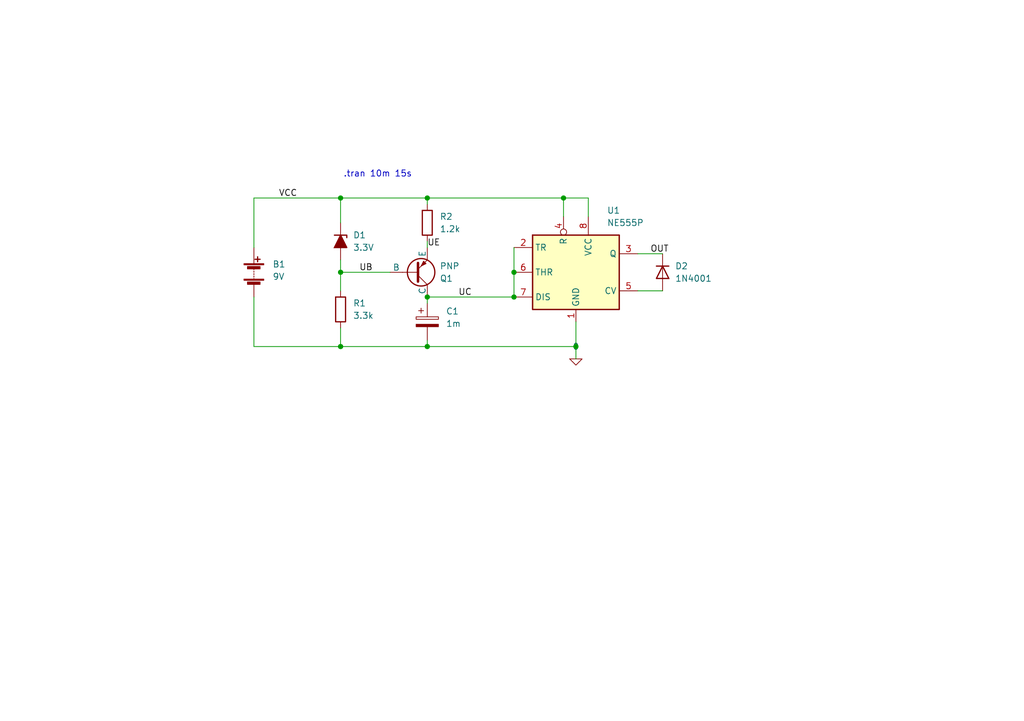
<source format=kicad_sch>
(kicad_sch (version 20250114) (generator "eeschema") (generator_version "9.0")
  (paper "A5")
  (lib_symbols
    (symbol "Device:Battery" (pin_numbers (hide yes)) (pin_names (offset 0) (hide yes))
      (property "Reference" "BT" (at 2.54 2.54 0))
      (property "Value" "Battery" (at 2.54 0 0))
      (symbol "Battery_0_1"
        (rectangle (start -2.032 1.778) (end 2.032 1.524) (fill (type outline)))
        (rectangle (start -2.032 -1.397) (end 2.032 -1.651) (fill (type outline)))
        (rectangle (start -1.3208 1.1938) (end 1.27 0.6858) (fill (type outline)))
        (rectangle (start -1.3208 -1.9812) (end 1.27 -2.4892) (fill (type outline)))
        (polyline (pts (xy 0 1.778) (xy 0 2.54)))
        (polyline (pts (xy 0 0.508) (xy 0 0.762)))
        (polyline (pts (xy 0 0) (xy 0 0.254)))
        (polyline (pts (xy 0 -0.508) (xy 0 -0.254)))
        (polyline (pts (xy 0 -1.016) (xy 0 -0.762)))
        (polyline (pts (xy 0 -1.524) (xy 0 -1.27)))
        (polyline (pts (xy 0.254 2.667) (xy 1.27 2.667)) (stroke (width 0.254)))
        (polyline (pts (xy 0.762 3.175) (xy 0.762 2.159)) (stroke (width 0.254)))
      )
      (symbol "Battery_1_1"
        (pin passive line (at 0 5.08 270) (length 2.54) (name "+") (number "1"))
        (pin passive line (at 0 -5.08 90) (length 2.54) (name "-") (number "2"))
      )
    )
    (symbol "Device:CP" (pin_numbers (hide yes)) (pin_names (offset 0.254))
      (property "Reference" "C" (at 0.635 2.54 0))
      (property "Value" "CP" (at 0.635 -2.54 0))
      (symbol "CP_0_1"
        (rectangle (start -2.286 0.508) (end 2.286 1.016))
        (polyline (pts (xy -1.778 2.286) (xy -0.762 2.286)))
        (polyline (pts (xy -1.27 2.794) (xy -1.27 1.778)))
        (rectangle (start 2.286 -0.508) (end -2.286 -1.016) (fill (type outline)))
      )
      (symbol "CP_1_1"
        (pin passive line (at 0 3.81 270) (length 2.794) (name "~") (number "1"))
        (pin passive line (at 0 -3.81 90) (length 2.794) (name "~") (number "2"))
      )
    )
    (symbol "Device:D_Zener_ALT" (pin_numbers (hide yes)) (pin_names (offset 1.016) (hide yes))
      (property "Reference" "D" (at 0 2.54 0))
      (property "Value" "D_Zener_ALT" (at 0 -2.54 0))
      (symbol "D_Zener_ALT_0_1"
        (polyline (pts (xy -1.27 -1.27) (xy -1.27 1.27) (xy -0.762 1.27)) (stroke (width 0.254)))
        (polyline (pts (xy 1.27 0) (xy -1.27 0)))
        (polyline (pts (xy 1.27 -1.27) (xy 1.27 1.27) (xy -1.27 0) (xy 1.27 -1.27)) (stroke (width 0.254)) (fill (type outline)))
      )
      (symbol "D_Zener_ALT_1_1"
        (pin passive line (at -3.81 0 0) (length 2.54) (name "K") (number "1"))
        (pin passive line (at 3.81 0 180) (length 2.54) (name "A") (number "2"))
      )
    )
    (symbol "Device:R" (pin_numbers (hide yes)) (pin_names (offset 0))
      (property "Reference" "R" (at 2.032 0 90))
      (property "Value" "R" (at 0 0 90))
      (symbol "R_0_1"
        (rectangle (start -1.016 -2.54) (end 1.016 2.54) (stroke (width 0.254)))
      )
      (symbol "R_1_1"
        (pin passive line (at 0 3.81 270) (length 1.27) (name "~") (number "1"))
        (pin passive line (at 0 -3.81 90) (length 1.27) (name "~") (number "2"))
      )
    )
    (symbol "Diode:1N4001" (pin_numbers (hide yes)) (pin_names (offset 1.016) (hide yes))
      (property "Reference" "D" (at 0 2.54 0))
      (property "Value" "1N4001" (at 0 -2.54 0))
      (symbol "1N4001_0_1"
        (polyline (pts (xy -1.27 1.27) (xy -1.27 -1.27)) (stroke (width 0.254)))
        (polyline (pts (xy 1.27 1.27) (xy 1.27 -1.27) (xy -1.27 0) (xy 1.27 1.27)) (stroke (width 0.254)))
        (polyline (pts (xy 1.27 0) (xy -1.27 0)))
      )
      (symbol "1N4001_1_1"
        (pin passive line (at -3.81 0 0) (length 2.54) (name "K") (number "1"))
        (pin passive line (at 3.81 0 180) (length 2.54) (name "A") (number "2"))
      )
    )
    (symbol "Simulation_SPICE:PNP" (pin_numbers (hide yes)) (pin_names (offset 0))
      (property "Reference" "Q" (at -2.54 7.62 0))
      (property "Value" "PNP" (at -2.54 5.08 0))
      (symbol "PNP_0_1"
        (polyline (pts (xy -2.54 0) (xy 0.635 0)) (stroke (width 0.1524)))
        (polyline (pts (xy 0.635 1.905) (xy 0.635 -1.905) (xy 0.635 -1.905)) (stroke (width 0.508)))
        (polyline (pts (xy 0.635 0.635) (xy 2.54 2.54)))
        (polyline (pts (xy 0.635 -0.635) (xy 2.54 -2.54) (xy 2.54 -2.54)))
        (circle (center 1.27 0) (radius 2.8194) (stroke (width 0.254)))
        (polyline (pts (xy 2.286 -1.778) (xy 1.778 -2.286) (xy 1.27 -1.27) (xy 2.286 -1.778) (xy 2.286 -1.778)) (fill (type outline)))
      )
      (symbol "PNP_1_1"
        (pin input line (at -5.08 0 0) (length 2.54) (name "B") (number "2"))
        (pin open_collector line (at 2.54 5.08 270) (length 2.54) (name "C") (number "1"))
        (pin open_emitter line (at 2.54 -5.08 90) (length 2.54) (name "E") (number "3"))
      )
    )
    (symbol "Timer:NE555P"
      (property "Reference" "U?" (at 6.35 12.7 0))
      (property "Value" "NE555P" (at 6.35 10.16 0))
      (symbol "NE555P_0_0"
        (pin power_in line (at 0 -10.16 90) (length 2.54) (name "GND") (number "1"))
        (pin power_in line (at 2.54 11.43 270) (length 3.81) (name "VCC") (number "8"))
      )
      (symbol "NE555P_0_1"
        (rectangle (start -8.89 -7.62) (end 8.89 7.62) (stroke (width 0.254)) (fill (type background)))
        (rectangle (start -8.89 -7.62) (end 8.89 7.62) (stroke (width 0.254)) (fill (type background)))
      )
      (symbol "NE555P_1_1"
        (pin input line (at -12.7 5.08 0) (length 3.81) (name "TR") (number "2"))
        (pin input line (at -12.7 0 0) (length 3.81) (name "THR") (number "6"))
        (pin input line (at -12.7 -5.08 0) (length 3.81) (name "DIS") (number "7"))
        (pin input inverted (at -2.54 11.43 270) (length 3.81) (name "R") (number "4"))
        (pin output line (at 12.7 3.81 180) (length 3.81) (name "Q") (number "3"))
        (pin input line (at 12.7 -3.81 180) (length 3.81) (name "CV") (number "5"))
      )
    )
    (symbol "pspice:0" (power) (pin_names (offset 0))
      (property "Value" "0" (at 0 -1.778 0))
      (symbol "0_0_1"
        (polyline (pts (xy -1.27 0) (xy 0 -1.27) (xy 1.27 0) (xy -1.27 0)))
      )
      (symbol "0_1_1"
        (pin power_in line (at 0 0 0) (length 0) (hide yes) (name "0") (number "1"))
      )
    )
  )
  (text ".tran 10m 15s" (at 77.47 35.814 0) (effects (font (size 1.27 1.27))))
  (junction (at 87.63 40.64))
  (junction (at 69.85 40.64))
  (junction (at 87.63 71.12))
  (junction (at 69.85 71.12))
  (junction (at 105.41 55.88))
  (junction (at 87.63 60.96))
  (junction (at 69.85 55.88))
  (junction (at 118.11 71.12))
  (junction (at 115.57 40.64))
  (junction (at 105.41 60.96))
  (wire (pts (xy 87.63 40.64) (xy 87.63 41.91)))
  (wire (pts (xy 118.11 71.12) (xy 118.11 73.66)))
  (wire (pts (xy 52.07 71.12) (xy 69.85 71.12)))
  (wire (pts (xy 130.81 59.69) (xy 135.89 59.69)))
  (wire (pts (xy 87.63 49.53) (xy 87.63 50.8)))
  (wire (pts (xy 87.63 40.64) (xy 115.57 40.64)))
  (wire (pts (xy 87.63 71.12) (xy 118.11 71.12)))
  (wire (pts (xy 120.65 40.64) (xy 120.65 44.45)))
  (wire (pts (xy 115.57 40.64) (xy 115.57 44.45)))
  (wire (pts (xy 69.85 40.64) (xy 69.85 45.72)))
  (wire (pts (xy 115.57 40.64) (xy 120.65 40.64)))
  (wire (pts (xy 69.85 40.64) (xy 87.63 40.64)))
  (wire (pts (xy 87.63 60.96) (xy 87.63 62.23)))
  (wire (pts (xy 52.07 50.8) (xy 52.07 40.64)))
  (wire (pts (xy 118.11 66.04) (xy 118.11 71.12)))
  (wire (pts (xy 87.63 69.85) (xy 87.63 71.12)))
  (wire (pts (xy 87.63 60.96) (xy 105.41 60.96)))
  (wire (pts (xy 69.85 67.31) (xy 69.85 71.12)))
  (wire (pts (xy 105.41 50.8) (xy 105.41 55.88)))
  (wire (pts (xy 105.41 55.88) (xy 105.41 60.96)))
  (wire (pts (xy 69.85 55.88) (xy 80.01 55.88)))
  (wire (pts (xy 69.85 71.12) (xy 87.63 71.12)))
  (wire (pts (xy 130.81 52.07) (xy 135.89 52.07)))
  (wire (pts (xy 52.07 40.64) (xy 69.85 40.64)))
  (wire (pts (xy 69.85 55.88) (xy 69.85 59.69)))
  (wire (pts (xy 52.07 60.96) (xy 52.07 71.12)))
  (wire (pts (xy 69.85 53.34) (xy 69.85 55.88)))
  (label "VCC" (at 57.15 40.64 0))
  (label "OUT" (at 133.35 52.07 0))
  (label "UB" (at 73.66 55.88 0))
  (label "UE" (at 87.63 50.8 0))
  (label "UC" (at 93.98 60.96 0))
  (symbol (lib_id "Device:CP") (at 87.63 66.04 0) (unit 1)
    (property "Reference" "C1" (at 91.44 63.8809 0) (effects (justify left)))
    (property "Value" "1m" (at 91.44 66.4209 0) (effects (justify left)))
    (property "Sim.Device" "C" (effects (hide yes)))
    (property "Sim.Pins" "1=+ 2=-" (effects (hide yes)))
  )
  (symbol (lib_id "Diode:1N4001") (at 135.89 55.88 270) (unit 1)
    (property "Reference" "D2" (at 138.43 54.6099 90) (effects (justify left)))
    (property "Value" "1N4001" (at 138.43 57.1499 90) (effects (justify left)))
    (property "Footprint" "Diode_THT:D_DO-41_SOD81_P10.16mm_Horizontal" (effects (hide yes)))
    (property "Datasheet" "http://www.vishay.com/docs/88503/1n4001.pdf" (effects (hide yes)))
    (property "Sim.Device" "D" (effects (hide yes)))
    (property "Sim.Pins" "1=K 2=A" (effects (hide yes)))
  )
  (symbol (lib_id "Device:D_Zener_ALT") (at 69.85 49.53 270) (unit 1)
    (property "Reference" "D1" (at 72.39 48.2599 90) (effects (justify left)))
    (property "Value" "3.3V" (at 72.39 50.7999 90) (effects (justify left)))
    (property "Sim.Device" "D" (effects (hide yes)))
    (property "Sim.Pins" "1=K 2=A" (effects (hide yes)))
    (property "Sim.Library" "/home/david/.local/share/kicad/SpiceLibrary/Models/Diode/zz.lib" (effects (hide yes)))
    (property "Sim.Name" "D_Zener" (effects (hide yes)))
  )
  (symbol (lib_id "Device:R") (at 87.63 45.72 0) (unit 1)
    (property "Reference" "R2" (at 90.17 44.4499 0) (effects (justify left)))
    (property "Value" "1.2k" (at 90.17 46.9899 0) (effects (justify left)))
    (property "Sim.Device" "R" (effects (hide yes)))
    (property "Sim.Pins" "1=+ 2=-" (effects (hide yes)))
  )
  (symbol (lib_id "Device:Battery") (at 52.07 55.88 0) (unit 1)
    (property "Reference" "B1" (at 55.88 54.2289 0) (effects (justify left)))
    (property "Value" "9V" (at 55.88 56.7689 0) (effects (justify left)))
    (property "Sim.Device" "V" (effects (hide yes)))
    (property "Sim.Params" "dc=9" (effects (hide yes)))
    (property "Sim.Pins" "1=+ 2=-" (effects (hide yes)))
    (property "Sim.Type" "DC" (effects (hide yes)))
  )
  (symbol (lib_id "Timer:NE555P") (at 118.11 55.88 0) (unit 1)
    (property "Reference" "U1" (at 124.46 43.18 0) (effects (justify left)))
    (property "Value" "NE555P" (at 124.46 45.72 0) (effects (justify left)))
    (property "Footprint" "Package_DIP:DIP-8_W7.62mm" (effects (hide yes)))
    (property "Datasheet" "http://www.ti.com/lit/ds/symlink/ne555.pdf" (effects (hide yes)))
    (property "Sim.Device" "SUBCKT" (effects (hide yes)))
    (property "Sim.Pins" "1=1 2=2 3=3 4=4 5=5 6=6 7=7 8=8" (effects (hide yes)))
    (property "Sim.Library" "/home/david/.local/share/kicad/SpiceLibrary/Models/uncategorized/NE555.lib" (effects (hide yes)))
    (property "Sim.Name" "NE555" (effects (hide yes)))
  )
  (symbol (lib_id "Device:R") (at 69.85 63.5 0) (unit 1)
    (property "Reference" "R1" (at 72.39 62.2299 0) (effects (justify left)))
    (property "Value" "3.3k" (at 72.39 64.7699 0) (effects (justify left)))
    (property "Sim.Device" "R" (effects (hide yes)))
    (property "Sim.Params" "r=3.3k" (effects (hide yes)))
    (property "Sim.Pins" "1=+ 2=-" (effects (hide yes)))
  )
  (symbol (lib_id "Simulation_SPICE:PNP") (at 85.09 55.88 0) (mirror x) (unit 1)
    (property "Reference" "Q1" (at 90.17 57.1501 0) (effects (justify left)))
    (property "Value" "PNP" (at 90.17 54.6101 0) (effects (justify left)))
    (property "Datasheet" "https://ngspice.sourceforge.io/docs/ngspice-html-manual/manual.xhtml#cha_BJTs" (effects (hide yes)))
    (property "Description" "Bipolar transistor symbol for simulation only, substrate tied to the emitter" (effects (hide yes)))
    (property "Sim.Device" "PNP" (effects (hide yes)))
    (property "Sim.Type" "GUMMELPOON" (effects (hide yes)))
    (property "Sim.Pins" "1=C 2=B 3=E" (effects (hide yes)))
  )
  (symbol (lib_id "pspice:0") (at 118.11 73.66 0) (unit 1)
    (property "Reference" "#GND01" (effects (hide yes)))
    (property "Value" "0" (at 118.11 71.12 0))
  )
)
</source>
